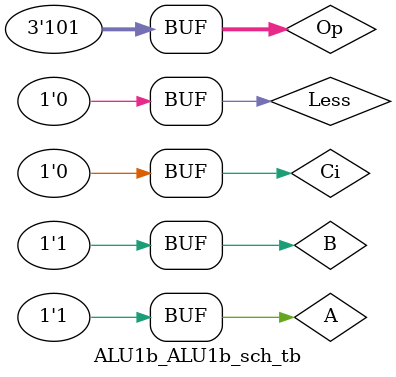
<source format=v>

`timescale 1ns / 1ps

module ALU1b_ALU1b_sch_tb();

// Inputs
   reg B;
   reg A;
   reg Ci;
   reg [2:0] Op;
   reg Less;

// Output
   wire Co;
   wire R;

// Bidirs

// Instantiate the UUT
   ALU1b UUT (
		.B(B), 
		.A(A), 
		.Co(Co), 
		.Ci(Ci), 
		.Op(Op), 
		.Less(Less), 
		.R(R)
   );
// Initialize Inputs
   `ifdef auto_init
       initial begin
		B = 0;
		A = 0;
		Ci = 0;
		Op = 0;
		Less = 0;
   `endif
	always
	begin
	//and tests
	#100
	B = 1;
	A = 0;
	Ci = 0;
	Op = 000;
	Less=0;
	#10
	if(R==0)
		$display("anding 1 and 0 works");
	else
		$display("anding 1 and 0 fails");
		
	#100
	B = 1;
	A = 1;
	Ci = 0;
	Op = 000;
	Less = 0;
	#10
	if(R == 1) begin
		$display("anding 1+1 works");
		end
	else begin
		$display("anding 1+1 fails");
	end
	
	//Or Tests
	#100
	B = 1;
	A = 1;
	Ci = 0;
	Op = 010;
	Less = 0;
	#10
	if(R == 1) begin
		$display("oring 1+1 works");
	end
	else begin
		$display("oring 1+1 fails");
	end
	
	#100
	B = 0;
	A = 1;
	Ci = 0;
	Op = 010;
	Less = 0;
	#10
	if(R == 1) begin
		$display("oring 1+0 works");
		end
	else begin
		$display("oring 1+0 fails");
	end
	
	#100
	B = 0;
	A = 0;
	Ci = 0;
	Op = 010;
	Less = 0;
	#10
	if(R == 0) begin
		$display("oring 0+0 works");
		end
	else begin
		$display("oring 0+0 fails");
	end
	
	//Add Tests
	#100
	B = 1;
	A = 0;
	Ci = 0;
	Op = 100;
	Less = 0;
	#10
	if((R == 1)&&(Co == 0)) begin
		$display("adding 0+1 works");
		end
	else begin
		$display("adding 0+1 fails");
	end
	
	#100
	B = 1;
	A = 1;
	Ci = 0;
	Op = 100;
	Less = 0;
	#10
	if((R == 0)&&(Co==1))begin
		$display("adding 1+1 works");
		end
	else begin
		$display("adding 1+1 fails");
	end
	
	#100
	B = 1;
	A = 1;
	Ci = 1;
	Op = 100;
	Less = 0;
	#10
	if((R == 1)&&(Co==1)) begin
		$display("adding 1+1+1 works");
		end
	else begin
		$display("adding 1+1+1 fails");
	end
	
	//Sub Tests
	#100
	B = 0;
	A = 1;
	Ci = 0;
	Op = 101;
	Less = 0;
	#10
	if((R == 1)&&(Co==0))begin
		$display("subing 1-0 works");
		end
	else begin
		$display("subing 1-0 fails");
	end
	
	#100
	B = 1;
	A = 1;
	Ci = 0;
	Op = 101;
	Less = 0;
	#10
	if((R == 0)&&(Co==0))begin
		$display("subing 1-1 works");
		end
	else begin
		$display("subing 1-1 fails");
	end
	
		
	end
	
endmodule

</source>
